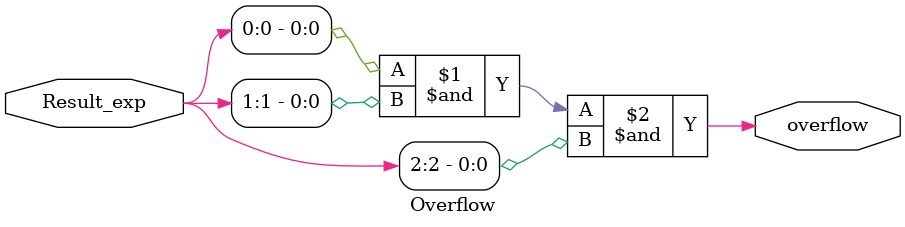
<source format=sv>
module Overflow (
	input logic [2:0] Result_exp,
	output logic overflow
);

assign overflow = Result_exp[0] & Result_exp[1] & Result_exp[2];

endmodule
</source>
